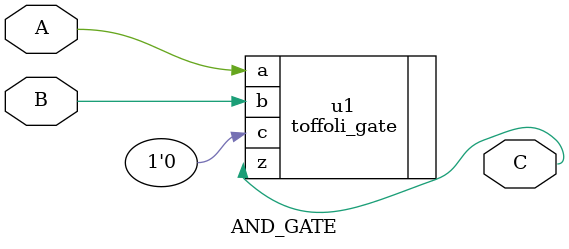
<source format=v>
`timescale 1ns / 1ps


module AND_GATE(output C, input A, input B);
    
    toffoli_gate u1(.z(C), .a(A), .b(B), .c(1'b0));


endmodule

</source>
